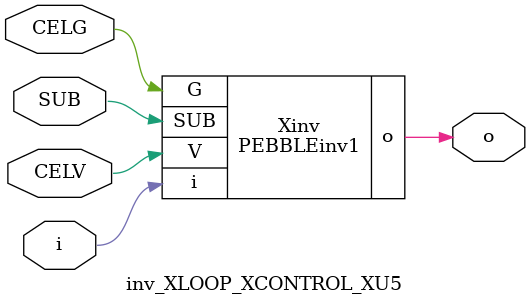
<source format=v>



module PEBBLEinv1 ( o, G, SUB, V, i );

  input V;
  input i;
  input G;
  output o;
  input SUB;
endmodule

//Celera Confidential Do Not Copy inv_XLOOP_XCONTROL_XU5
//Celera Confidential Symbol Generator
//5V Inverter
module inv_XLOOP_XCONTROL_XU5 (CELV,CELG,i,o,SUB);
input CELV;
input CELG;
input i;
input SUB;
output o;

//Celera Confidential Do Not Copy inv
PEBBLEinv1 Xinv(
.V (CELV),
.i (i),
.o (o),
.SUB (SUB),
.G (CELG)
);
//,diesize,PEBBLEinv1

//Celera Confidential Do Not Copy Module End
//Celera Schematic Generator
endmodule

</source>
